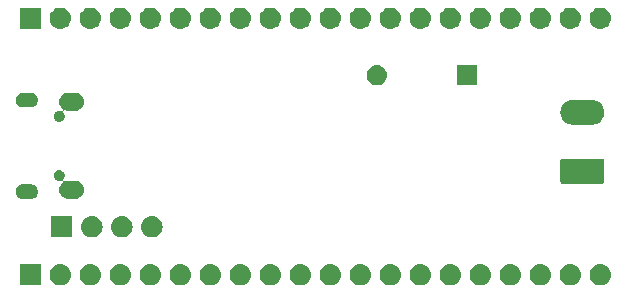
<source format=gbr>
G04 #@! TF.GenerationSoftware,KiCad,Pcbnew,5.1.4+dfsg1-2*
G04 #@! TF.CreationDate,2019-12-30T19:47:55+08:00*
G04 #@! TF.ProjectId,usb2can,75736232-6361-46e2-9e6b-696361645f70,rev?*
G04 #@! TF.SameCoordinates,Original*
G04 #@! TF.FileFunction,Soldermask,Bot*
G04 #@! TF.FilePolarity,Negative*
%FSLAX46Y46*%
G04 Gerber Fmt 4.6, Leading zero omitted, Abs format (unit mm)*
G04 Created by KiCad (PCBNEW 5.1.4+dfsg1-2) date 2019-12-30 19:47:55*
%MOMM*%
%LPD*%
G04 APERTURE LIST*
%ADD10C,0.100000*%
G04 APERTURE END LIST*
D10*
G36*
X70849443Y-64637519D02*
G01*
X70915627Y-64644037D01*
X71085466Y-64695557D01*
X71241991Y-64779222D01*
X71277729Y-64808552D01*
X71379186Y-64891814D01*
X71462448Y-64993271D01*
X71491778Y-65029009D01*
X71575443Y-65185534D01*
X71626963Y-65355373D01*
X71644359Y-65532000D01*
X71626963Y-65708627D01*
X71575443Y-65878466D01*
X71491778Y-66034991D01*
X71462448Y-66070729D01*
X71379186Y-66172186D01*
X71277729Y-66255448D01*
X71241991Y-66284778D01*
X71085466Y-66368443D01*
X70915627Y-66419963D01*
X70849443Y-66426481D01*
X70783260Y-66433000D01*
X70694740Y-66433000D01*
X70628557Y-66426481D01*
X70562373Y-66419963D01*
X70392534Y-66368443D01*
X70236009Y-66284778D01*
X70200271Y-66255448D01*
X70098814Y-66172186D01*
X70015552Y-66070729D01*
X69986222Y-66034991D01*
X69902557Y-65878466D01*
X69851037Y-65708627D01*
X69833641Y-65532000D01*
X69851037Y-65355373D01*
X69902557Y-65185534D01*
X69986222Y-65029009D01*
X70015552Y-64993271D01*
X70098814Y-64891814D01*
X70200271Y-64808552D01*
X70236009Y-64779222D01*
X70392534Y-64695557D01*
X70562373Y-64644037D01*
X70628557Y-64637519D01*
X70694740Y-64631000D01*
X70783260Y-64631000D01*
X70849443Y-64637519D01*
X70849443Y-64637519D01*
G37*
G36*
X45449443Y-64637519D02*
G01*
X45515627Y-64644037D01*
X45685466Y-64695557D01*
X45841991Y-64779222D01*
X45877729Y-64808552D01*
X45979186Y-64891814D01*
X46062448Y-64993271D01*
X46091778Y-65029009D01*
X46175443Y-65185534D01*
X46226963Y-65355373D01*
X46244359Y-65532000D01*
X46226963Y-65708627D01*
X46175443Y-65878466D01*
X46091778Y-66034991D01*
X46062448Y-66070729D01*
X45979186Y-66172186D01*
X45877729Y-66255448D01*
X45841991Y-66284778D01*
X45685466Y-66368443D01*
X45515627Y-66419963D01*
X45449443Y-66426481D01*
X45383260Y-66433000D01*
X45294740Y-66433000D01*
X45228557Y-66426481D01*
X45162373Y-66419963D01*
X44992534Y-66368443D01*
X44836009Y-66284778D01*
X44800271Y-66255448D01*
X44698814Y-66172186D01*
X44615552Y-66070729D01*
X44586222Y-66034991D01*
X44502557Y-65878466D01*
X44451037Y-65708627D01*
X44433641Y-65532000D01*
X44451037Y-65355373D01*
X44502557Y-65185534D01*
X44586222Y-65029009D01*
X44615552Y-64993271D01*
X44698814Y-64891814D01*
X44800271Y-64808552D01*
X44836009Y-64779222D01*
X44992534Y-64695557D01*
X45162373Y-64644037D01*
X45228557Y-64637519D01*
X45294740Y-64631000D01*
X45383260Y-64631000D01*
X45449443Y-64637519D01*
X45449443Y-64637519D01*
G37*
G36*
X55609443Y-64637519D02*
G01*
X55675627Y-64644037D01*
X55845466Y-64695557D01*
X56001991Y-64779222D01*
X56037729Y-64808552D01*
X56139186Y-64891814D01*
X56222448Y-64993271D01*
X56251778Y-65029009D01*
X56335443Y-65185534D01*
X56386963Y-65355373D01*
X56404359Y-65532000D01*
X56386963Y-65708627D01*
X56335443Y-65878466D01*
X56251778Y-66034991D01*
X56222448Y-66070729D01*
X56139186Y-66172186D01*
X56037729Y-66255448D01*
X56001991Y-66284778D01*
X55845466Y-66368443D01*
X55675627Y-66419963D01*
X55609443Y-66426481D01*
X55543260Y-66433000D01*
X55454740Y-66433000D01*
X55388557Y-66426481D01*
X55322373Y-66419963D01*
X55152534Y-66368443D01*
X54996009Y-66284778D01*
X54960271Y-66255448D01*
X54858814Y-66172186D01*
X54775552Y-66070729D01*
X54746222Y-66034991D01*
X54662557Y-65878466D01*
X54611037Y-65708627D01*
X54593641Y-65532000D01*
X54611037Y-65355373D01*
X54662557Y-65185534D01*
X54746222Y-65029009D01*
X54775552Y-64993271D01*
X54858814Y-64891814D01*
X54960271Y-64808552D01*
X54996009Y-64779222D01*
X55152534Y-64695557D01*
X55322373Y-64644037D01*
X55388557Y-64637519D01*
X55454740Y-64631000D01*
X55543260Y-64631000D01*
X55609443Y-64637519D01*
X55609443Y-64637519D01*
G37*
G36*
X58149443Y-64637519D02*
G01*
X58215627Y-64644037D01*
X58385466Y-64695557D01*
X58541991Y-64779222D01*
X58577729Y-64808552D01*
X58679186Y-64891814D01*
X58762448Y-64993271D01*
X58791778Y-65029009D01*
X58875443Y-65185534D01*
X58926963Y-65355373D01*
X58944359Y-65532000D01*
X58926963Y-65708627D01*
X58875443Y-65878466D01*
X58791778Y-66034991D01*
X58762448Y-66070729D01*
X58679186Y-66172186D01*
X58577729Y-66255448D01*
X58541991Y-66284778D01*
X58385466Y-66368443D01*
X58215627Y-66419963D01*
X58149443Y-66426481D01*
X58083260Y-66433000D01*
X57994740Y-66433000D01*
X57928557Y-66426481D01*
X57862373Y-66419963D01*
X57692534Y-66368443D01*
X57536009Y-66284778D01*
X57500271Y-66255448D01*
X57398814Y-66172186D01*
X57315552Y-66070729D01*
X57286222Y-66034991D01*
X57202557Y-65878466D01*
X57151037Y-65708627D01*
X57133641Y-65532000D01*
X57151037Y-65355373D01*
X57202557Y-65185534D01*
X57286222Y-65029009D01*
X57315552Y-64993271D01*
X57398814Y-64891814D01*
X57500271Y-64808552D01*
X57536009Y-64779222D01*
X57692534Y-64695557D01*
X57862373Y-64644037D01*
X57928557Y-64637519D01*
X57994740Y-64631000D01*
X58083260Y-64631000D01*
X58149443Y-64637519D01*
X58149443Y-64637519D01*
G37*
G36*
X60689443Y-64637519D02*
G01*
X60755627Y-64644037D01*
X60925466Y-64695557D01*
X61081991Y-64779222D01*
X61117729Y-64808552D01*
X61219186Y-64891814D01*
X61302448Y-64993271D01*
X61331778Y-65029009D01*
X61415443Y-65185534D01*
X61466963Y-65355373D01*
X61484359Y-65532000D01*
X61466963Y-65708627D01*
X61415443Y-65878466D01*
X61331778Y-66034991D01*
X61302448Y-66070729D01*
X61219186Y-66172186D01*
X61117729Y-66255448D01*
X61081991Y-66284778D01*
X60925466Y-66368443D01*
X60755627Y-66419963D01*
X60689443Y-66426481D01*
X60623260Y-66433000D01*
X60534740Y-66433000D01*
X60468557Y-66426481D01*
X60402373Y-66419963D01*
X60232534Y-66368443D01*
X60076009Y-66284778D01*
X60040271Y-66255448D01*
X59938814Y-66172186D01*
X59855552Y-66070729D01*
X59826222Y-66034991D01*
X59742557Y-65878466D01*
X59691037Y-65708627D01*
X59673641Y-65532000D01*
X59691037Y-65355373D01*
X59742557Y-65185534D01*
X59826222Y-65029009D01*
X59855552Y-64993271D01*
X59938814Y-64891814D01*
X60040271Y-64808552D01*
X60076009Y-64779222D01*
X60232534Y-64695557D01*
X60402373Y-64644037D01*
X60468557Y-64637519D01*
X60534740Y-64631000D01*
X60623260Y-64631000D01*
X60689443Y-64637519D01*
X60689443Y-64637519D01*
G37*
G36*
X63229443Y-64637519D02*
G01*
X63295627Y-64644037D01*
X63465466Y-64695557D01*
X63621991Y-64779222D01*
X63657729Y-64808552D01*
X63759186Y-64891814D01*
X63842448Y-64993271D01*
X63871778Y-65029009D01*
X63955443Y-65185534D01*
X64006963Y-65355373D01*
X64024359Y-65532000D01*
X64006963Y-65708627D01*
X63955443Y-65878466D01*
X63871778Y-66034991D01*
X63842448Y-66070729D01*
X63759186Y-66172186D01*
X63657729Y-66255448D01*
X63621991Y-66284778D01*
X63465466Y-66368443D01*
X63295627Y-66419963D01*
X63229443Y-66426481D01*
X63163260Y-66433000D01*
X63074740Y-66433000D01*
X63008557Y-66426481D01*
X62942373Y-66419963D01*
X62772534Y-66368443D01*
X62616009Y-66284778D01*
X62580271Y-66255448D01*
X62478814Y-66172186D01*
X62395552Y-66070729D01*
X62366222Y-66034991D01*
X62282557Y-65878466D01*
X62231037Y-65708627D01*
X62213641Y-65532000D01*
X62231037Y-65355373D01*
X62282557Y-65185534D01*
X62366222Y-65029009D01*
X62395552Y-64993271D01*
X62478814Y-64891814D01*
X62580271Y-64808552D01*
X62616009Y-64779222D01*
X62772534Y-64695557D01*
X62942373Y-64644037D01*
X63008557Y-64637519D01*
X63074740Y-64631000D01*
X63163260Y-64631000D01*
X63229443Y-64637519D01*
X63229443Y-64637519D01*
G37*
G36*
X65769443Y-64637519D02*
G01*
X65835627Y-64644037D01*
X66005466Y-64695557D01*
X66161991Y-64779222D01*
X66197729Y-64808552D01*
X66299186Y-64891814D01*
X66382448Y-64993271D01*
X66411778Y-65029009D01*
X66495443Y-65185534D01*
X66546963Y-65355373D01*
X66564359Y-65532000D01*
X66546963Y-65708627D01*
X66495443Y-65878466D01*
X66411778Y-66034991D01*
X66382448Y-66070729D01*
X66299186Y-66172186D01*
X66197729Y-66255448D01*
X66161991Y-66284778D01*
X66005466Y-66368443D01*
X65835627Y-66419963D01*
X65769443Y-66426481D01*
X65703260Y-66433000D01*
X65614740Y-66433000D01*
X65548557Y-66426481D01*
X65482373Y-66419963D01*
X65312534Y-66368443D01*
X65156009Y-66284778D01*
X65120271Y-66255448D01*
X65018814Y-66172186D01*
X64935552Y-66070729D01*
X64906222Y-66034991D01*
X64822557Y-65878466D01*
X64771037Y-65708627D01*
X64753641Y-65532000D01*
X64771037Y-65355373D01*
X64822557Y-65185534D01*
X64906222Y-65029009D01*
X64935552Y-64993271D01*
X65018814Y-64891814D01*
X65120271Y-64808552D01*
X65156009Y-64779222D01*
X65312534Y-64695557D01*
X65482373Y-64644037D01*
X65548557Y-64637519D01*
X65614740Y-64631000D01*
X65703260Y-64631000D01*
X65769443Y-64637519D01*
X65769443Y-64637519D01*
G37*
G36*
X53069443Y-64637519D02*
G01*
X53135627Y-64644037D01*
X53305466Y-64695557D01*
X53461991Y-64779222D01*
X53497729Y-64808552D01*
X53599186Y-64891814D01*
X53682448Y-64993271D01*
X53711778Y-65029009D01*
X53795443Y-65185534D01*
X53846963Y-65355373D01*
X53864359Y-65532000D01*
X53846963Y-65708627D01*
X53795443Y-65878466D01*
X53711778Y-66034991D01*
X53682448Y-66070729D01*
X53599186Y-66172186D01*
X53497729Y-66255448D01*
X53461991Y-66284778D01*
X53305466Y-66368443D01*
X53135627Y-66419963D01*
X53069443Y-66426481D01*
X53003260Y-66433000D01*
X52914740Y-66433000D01*
X52848557Y-66426481D01*
X52782373Y-66419963D01*
X52612534Y-66368443D01*
X52456009Y-66284778D01*
X52420271Y-66255448D01*
X52318814Y-66172186D01*
X52235552Y-66070729D01*
X52206222Y-66034991D01*
X52122557Y-65878466D01*
X52071037Y-65708627D01*
X52053641Y-65532000D01*
X52071037Y-65355373D01*
X52122557Y-65185534D01*
X52206222Y-65029009D01*
X52235552Y-64993271D01*
X52318814Y-64891814D01*
X52420271Y-64808552D01*
X52456009Y-64779222D01*
X52612534Y-64695557D01*
X52782373Y-64644037D01*
X52848557Y-64637519D01*
X52914740Y-64631000D01*
X53003260Y-64631000D01*
X53069443Y-64637519D01*
X53069443Y-64637519D01*
G37*
G36*
X50529443Y-64637519D02*
G01*
X50595627Y-64644037D01*
X50765466Y-64695557D01*
X50921991Y-64779222D01*
X50957729Y-64808552D01*
X51059186Y-64891814D01*
X51142448Y-64993271D01*
X51171778Y-65029009D01*
X51255443Y-65185534D01*
X51306963Y-65355373D01*
X51324359Y-65532000D01*
X51306963Y-65708627D01*
X51255443Y-65878466D01*
X51171778Y-66034991D01*
X51142448Y-66070729D01*
X51059186Y-66172186D01*
X50957729Y-66255448D01*
X50921991Y-66284778D01*
X50765466Y-66368443D01*
X50595627Y-66419963D01*
X50529443Y-66426481D01*
X50463260Y-66433000D01*
X50374740Y-66433000D01*
X50308557Y-66426481D01*
X50242373Y-66419963D01*
X50072534Y-66368443D01*
X49916009Y-66284778D01*
X49880271Y-66255448D01*
X49778814Y-66172186D01*
X49695552Y-66070729D01*
X49666222Y-66034991D01*
X49582557Y-65878466D01*
X49531037Y-65708627D01*
X49513641Y-65532000D01*
X49531037Y-65355373D01*
X49582557Y-65185534D01*
X49666222Y-65029009D01*
X49695552Y-64993271D01*
X49778814Y-64891814D01*
X49880271Y-64808552D01*
X49916009Y-64779222D01*
X50072534Y-64695557D01*
X50242373Y-64644037D01*
X50308557Y-64637519D01*
X50374740Y-64631000D01*
X50463260Y-64631000D01*
X50529443Y-64637519D01*
X50529443Y-64637519D01*
G37*
G36*
X47989443Y-64637519D02*
G01*
X48055627Y-64644037D01*
X48225466Y-64695557D01*
X48381991Y-64779222D01*
X48417729Y-64808552D01*
X48519186Y-64891814D01*
X48602448Y-64993271D01*
X48631778Y-65029009D01*
X48715443Y-65185534D01*
X48766963Y-65355373D01*
X48784359Y-65532000D01*
X48766963Y-65708627D01*
X48715443Y-65878466D01*
X48631778Y-66034991D01*
X48602448Y-66070729D01*
X48519186Y-66172186D01*
X48417729Y-66255448D01*
X48381991Y-66284778D01*
X48225466Y-66368443D01*
X48055627Y-66419963D01*
X47989443Y-66426481D01*
X47923260Y-66433000D01*
X47834740Y-66433000D01*
X47768557Y-66426481D01*
X47702373Y-66419963D01*
X47532534Y-66368443D01*
X47376009Y-66284778D01*
X47340271Y-66255448D01*
X47238814Y-66172186D01*
X47155552Y-66070729D01*
X47126222Y-66034991D01*
X47042557Y-65878466D01*
X46991037Y-65708627D01*
X46973641Y-65532000D01*
X46991037Y-65355373D01*
X47042557Y-65185534D01*
X47126222Y-65029009D01*
X47155552Y-64993271D01*
X47238814Y-64891814D01*
X47340271Y-64808552D01*
X47376009Y-64779222D01*
X47532534Y-64695557D01*
X47702373Y-64644037D01*
X47768557Y-64637519D01*
X47834740Y-64631000D01*
X47923260Y-64631000D01*
X47989443Y-64637519D01*
X47989443Y-64637519D01*
G37*
G36*
X68309443Y-64637519D02*
G01*
X68375627Y-64644037D01*
X68545466Y-64695557D01*
X68701991Y-64779222D01*
X68737729Y-64808552D01*
X68839186Y-64891814D01*
X68922448Y-64993271D01*
X68951778Y-65029009D01*
X69035443Y-65185534D01*
X69086963Y-65355373D01*
X69104359Y-65532000D01*
X69086963Y-65708627D01*
X69035443Y-65878466D01*
X68951778Y-66034991D01*
X68922448Y-66070729D01*
X68839186Y-66172186D01*
X68737729Y-66255448D01*
X68701991Y-66284778D01*
X68545466Y-66368443D01*
X68375627Y-66419963D01*
X68309443Y-66426481D01*
X68243260Y-66433000D01*
X68154740Y-66433000D01*
X68088557Y-66426481D01*
X68022373Y-66419963D01*
X67852534Y-66368443D01*
X67696009Y-66284778D01*
X67660271Y-66255448D01*
X67558814Y-66172186D01*
X67475552Y-66070729D01*
X67446222Y-66034991D01*
X67362557Y-65878466D01*
X67311037Y-65708627D01*
X67293641Y-65532000D01*
X67311037Y-65355373D01*
X67362557Y-65185534D01*
X67446222Y-65029009D01*
X67475552Y-64993271D01*
X67558814Y-64891814D01*
X67660271Y-64808552D01*
X67696009Y-64779222D01*
X67852534Y-64695557D01*
X68022373Y-64644037D01*
X68088557Y-64637519D01*
X68154740Y-64631000D01*
X68243260Y-64631000D01*
X68309443Y-64637519D01*
X68309443Y-64637519D01*
G37*
G36*
X42909443Y-64637519D02*
G01*
X42975627Y-64644037D01*
X43145466Y-64695557D01*
X43301991Y-64779222D01*
X43337729Y-64808552D01*
X43439186Y-64891814D01*
X43522448Y-64993271D01*
X43551778Y-65029009D01*
X43635443Y-65185534D01*
X43686963Y-65355373D01*
X43704359Y-65532000D01*
X43686963Y-65708627D01*
X43635443Y-65878466D01*
X43551778Y-66034991D01*
X43522448Y-66070729D01*
X43439186Y-66172186D01*
X43337729Y-66255448D01*
X43301991Y-66284778D01*
X43145466Y-66368443D01*
X42975627Y-66419963D01*
X42909443Y-66426481D01*
X42843260Y-66433000D01*
X42754740Y-66433000D01*
X42688557Y-66426481D01*
X42622373Y-66419963D01*
X42452534Y-66368443D01*
X42296009Y-66284778D01*
X42260271Y-66255448D01*
X42158814Y-66172186D01*
X42075552Y-66070729D01*
X42046222Y-66034991D01*
X41962557Y-65878466D01*
X41911037Y-65708627D01*
X41893641Y-65532000D01*
X41911037Y-65355373D01*
X41962557Y-65185534D01*
X42046222Y-65029009D01*
X42075552Y-64993271D01*
X42158814Y-64891814D01*
X42260271Y-64808552D01*
X42296009Y-64779222D01*
X42452534Y-64695557D01*
X42622373Y-64644037D01*
X42688557Y-64637519D01*
X42754740Y-64631000D01*
X42843260Y-64631000D01*
X42909443Y-64637519D01*
X42909443Y-64637519D01*
G37*
G36*
X40369443Y-64637519D02*
G01*
X40435627Y-64644037D01*
X40605466Y-64695557D01*
X40761991Y-64779222D01*
X40797729Y-64808552D01*
X40899186Y-64891814D01*
X40982448Y-64993271D01*
X41011778Y-65029009D01*
X41095443Y-65185534D01*
X41146963Y-65355373D01*
X41164359Y-65532000D01*
X41146963Y-65708627D01*
X41095443Y-65878466D01*
X41011778Y-66034991D01*
X40982448Y-66070729D01*
X40899186Y-66172186D01*
X40797729Y-66255448D01*
X40761991Y-66284778D01*
X40605466Y-66368443D01*
X40435627Y-66419963D01*
X40369443Y-66426481D01*
X40303260Y-66433000D01*
X40214740Y-66433000D01*
X40148557Y-66426481D01*
X40082373Y-66419963D01*
X39912534Y-66368443D01*
X39756009Y-66284778D01*
X39720271Y-66255448D01*
X39618814Y-66172186D01*
X39535552Y-66070729D01*
X39506222Y-66034991D01*
X39422557Y-65878466D01*
X39371037Y-65708627D01*
X39353641Y-65532000D01*
X39371037Y-65355373D01*
X39422557Y-65185534D01*
X39506222Y-65029009D01*
X39535552Y-64993271D01*
X39618814Y-64891814D01*
X39720271Y-64808552D01*
X39756009Y-64779222D01*
X39912534Y-64695557D01*
X40082373Y-64644037D01*
X40148557Y-64637519D01*
X40214740Y-64631000D01*
X40303260Y-64631000D01*
X40369443Y-64637519D01*
X40369443Y-64637519D01*
G37*
G36*
X37829443Y-64637519D02*
G01*
X37895627Y-64644037D01*
X38065466Y-64695557D01*
X38221991Y-64779222D01*
X38257729Y-64808552D01*
X38359186Y-64891814D01*
X38442448Y-64993271D01*
X38471778Y-65029009D01*
X38555443Y-65185534D01*
X38606963Y-65355373D01*
X38624359Y-65532000D01*
X38606963Y-65708627D01*
X38555443Y-65878466D01*
X38471778Y-66034991D01*
X38442448Y-66070729D01*
X38359186Y-66172186D01*
X38257729Y-66255448D01*
X38221991Y-66284778D01*
X38065466Y-66368443D01*
X37895627Y-66419963D01*
X37829443Y-66426481D01*
X37763260Y-66433000D01*
X37674740Y-66433000D01*
X37608557Y-66426481D01*
X37542373Y-66419963D01*
X37372534Y-66368443D01*
X37216009Y-66284778D01*
X37180271Y-66255448D01*
X37078814Y-66172186D01*
X36995552Y-66070729D01*
X36966222Y-66034991D01*
X36882557Y-65878466D01*
X36831037Y-65708627D01*
X36813641Y-65532000D01*
X36831037Y-65355373D01*
X36882557Y-65185534D01*
X36966222Y-65029009D01*
X36995552Y-64993271D01*
X37078814Y-64891814D01*
X37180271Y-64808552D01*
X37216009Y-64779222D01*
X37372534Y-64695557D01*
X37542373Y-64644037D01*
X37608557Y-64637519D01*
X37674740Y-64631000D01*
X37763260Y-64631000D01*
X37829443Y-64637519D01*
X37829443Y-64637519D01*
G37*
G36*
X35289443Y-64637519D02*
G01*
X35355627Y-64644037D01*
X35525466Y-64695557D01*
X35681991Y-64779222D01*
X35717729Y-64808552D01*
X35819186Y-64891814D01*
X35902448Y-64993271D01*
X35931778Y-65029009D01*
X36015443Y-65185534D01*
X36066963Y-65355373D01*
X36084359Y-65532000D01*
X36066963Y-65708627D01*
X36015443Y-65878466D01*
X35931778Y-66034991D01*
X35902448Y-66070729D01*
X35819186Y-66172186D01*
X35717729Y-66255448D01*
X35681991Y-66284778D01*
X35525466Y-66368443D01*
X35355627Y-66419963D01*
X35289443Y-66426481D01*
X35223260Y-66433000D01*
X35134740Y-66433000D01*
X35068557Y-66426481D01*
X35002373Y-66419963D01*
X34832534Y-66368443D01*
X34676009Y-66284778D01*
X34640271Y-66255448D01*
X34538814Y-66172186D01*
X34455552Y-66070729D01*
X34426222Y-66034991D01*
X34342557Y-65878466D01*
X34291037Y-65708627D01*
X34273641Y-65532000D01*
X34291037Y-65355373D01*
X34342557Y-65185534D01*
X34426222Y-65029009D01*
X34455552Y-64993271D01*
X34538814Y-64891814D01*
X34640271Y-64808552D01*
X34676009Y-64779222D01*
X34832534Y-64695557D01*
X35002373Y-64644037D01*
X35068557Y-64637519D01*
X35134740Y-64631000D01*
X35223260Y-64631000D01*
X35289443Y-64637519D01*
X35289443Y-64637519D01*
G37*
G36*
X32749443Y-64637519D02*
G01*
X32815627Y-64644037D01*
X32985466Y-64695557D01*
X33141991Y-64779222D01*
X33177729Y-64808552D01*
X33279186Y-64891814D01*
X33362448Y-64993271D01*
X33391778Y-65029009D01*
X33475443Y-65185534D01*
X33526963Y-65355373D01*
X33544359Y-65532000D01*
X33526963Y-65708627D01*
X33475443Y-65878466D01*
X33391778Y-66034991D01*
X33362448Y-66070729D01*
X33279186Y-66172186D01*
X33177729Y-66255448D01*
X33141991Y-66284778D01*
X32985466Y-66368443D01*
X32815627Y-66419963D01*
X32749443Y-66426481D01*
X32683260Y-66433000D01*
X32594740Y-66433000D01*
X32528557Y-66426481D01*
X32462373Y-66419963D01*
X32292534Y-66368443D01*
X32136009Y-66284778D01*
X32100271Y-66255448D01*
X31998814Y-66172186D01*
X31915552Y-66070729D01*
X31886222Y-66034991D01*
X31802557Y-65878466D01*
X31751037Y-65708627D01*
X31733641Y-65532000D01*
X31751037Y-65355373D01*
X31802557Y-65185534D01*
X31886222Y-65029009D01*
X31915552Y-64993271D01*
X31998814Y-64891814D01*
X32100271Y-64808552D01*
X32136009Y-64779222D01*
X32292534Y-64695557D01*
X32462373Y-64644037D01*
X32528557Y-64637519D01*
X32594740Y-64631000D01*
X32683260Y-64631000D01*
X32749443Y-64637519D01*
X32749443Y-64637519D01*
G37*
G36*
X30209443Y-64637519D02*
G01*
X30275627Y-64644037D01*
X30445466Y-64695557D01*
X30601991Y-64779222D01*
X30637729Y-64808552D01*
X30739186Y-64891814D01*
X30822448Y-64993271D01*
X30851778Y-65029009D01*
X30935443Y-65185534D01*
X30986963Y-65355373D01*
X31004359Y-65532000D01*
X30986963Y-65708627D01*
X30935443Y-65878466D01*
X30851778Y-66034991D01*
X30822448Y-66070729D01*
X30739186Y-66172186D01*
X30637729Y-66255448D01*
X30601991Y-66284778D01*
X30445466Y-66368443D01*
X30275627Y-66419963D01*
X30209443Y-66426481D01*
X30143260Y-66433000D01*
X30054740Y-66433000D01*
X29988557Y-66426481D01*
X29922373Y-66419963D01*
X29752534Y-66368443D01*
X29596009Y-66284778D01*
X29560271Y-66255448D01*
X29458814Y-66172186D01*
X29375552Y-66070729D01*
X29346222Y-66034991D01*
X29262557Y-65878466D01*
X29211037Y-65708627D01*
X29193641Y-65532000D01*
X29211037Y-65355373D01*
X29262557Y-65185534D01*
X29346222Y-65029009D01*
X29375552Y-64993271D01*
X29458814Y-64891814D01*
X29560271Y-64808552D01*
X29596009Y-64779222D01*
X29752534Y-64695557D01*
X29922373Y-64644037D01*
X29988557Y-64637519D01*
X30054740Y-64631000D01*
X30143260Y-64631000D01*
X30209443Y-64637519D01*
X30209443Y-64637519D01*
G37*
G36*
X27669443Y-64637519D02*
G01*
X27735627Y-64644037D01*
X27905466Y-64695557D01*
X28061991Y-64779222D01*
X28097729Y-64808552D01*
X28199186Y-64891814D01*
X28282448Y-64993271D01*
X28311778Y-65029009D01*
X28395443Y-65185534D01*
X28446963Y-65355373D01*
X28464359Y-65532000D01*
X28446963Y-65708627D01*
X28395443Y-65878466D01*
X28311778Y-66034991D01*
X28282448Y-66070729D01*
X28199186Y-66172186D01*
X28097729Y-66255448D01*
X28061991Y-66284778D01*
X27905466Y-66368443D01*
X27735627Y-66419963D01*
X27669443Y-66426481D01*
X27603260Y-66433000D01*
X27514740Y-66433000D01*
X27448557Y-66426481D01*
X27382373Y-66419963D01*
X27212534Y-66368443D01*
X27056009Y-66284778D01*
X27020271Y-66255448D01*
X26918814Y-66172186D01*
X26835552Y-66070729D01*
X26806222Y-66034991D01*
X26722557Y-65878466D01*
X26671037Y-65708627D01*
X26653641Y-65532000D01*
X26671037Y-65355373D01*
X26722557Y-65185534D01*
X26806222Y-65029009D01*
X26835552Y-64993271D01*
X26918814Y-64891814D01*
X27020271Y-64808552D01*
X27056009Y-64779222D01*
X27212534Y-64695557D01*
X27382373Y-64644037D01*
X27448557Y-64637519D01*
X27514740Y-64631000D01*
X27603260Y-64631000D01*
X27669443Y-64637519D01*
X27669443Y-64637519D01*
G37*
G36*
X25129443Y-64637519D02*
G01*
X25195627Y-64644037D01*
X25365466Y-64695557D01*
X25521991Y-64779222D01*
X25557729Y-64808552D01*
X25659186Y-64891814D01*
X25742448Y-64993271D01*
X25771778Y-65029009D01*
X25855443Y-65185534D01*
X25906963Y-65355373D01*
X25924359Y-65532000D01*
X25906963Y-65708627D01*
X25855443Y-65878466D01*
X25771778Y-66034991D01*
X25742448Y-66070729D01*
X25659186Y-66172186D01*
X25557729Y-66255448D01*
X25521991Y-66284778D01*
X25365466Y-66368443D01*
X25195627Y-66419963D01*
X25129443Y-66426481D01*
X25063260Y-66433000D01*
X24974740Y-66433000D01*
X24908557Y-66426481D01*
X24842373Y-66419963D01*
X24672534Y-66368443D01*
X24516009Y-66284778D01*
X24480271Y-66255448D01*
X24378814Y-66172186D01*
X24295552Y-66070729D01*
X24266222Y-66034991D01*
X24182557Y-65878466D01*
X24131037Y-65708627D01*
X24113641Y-65532000D01*
X24131037Y-65355373D01*
X24182557Y-65185534D01*
X24266222Y-65029009D01*
X24295552Y-64993271D01*
X24378814Y-64891814D01*
X24480271Y-64808552D01*
X24516009Y-64779222D01*
X24672534Y-64695557D01*
X24842373Y-64644037D01*
X24908557Y-64637519D01*
X24974740Y-64631000D01*
X25063260Y-64631000D01*
X25129443Y-64637519D01*
X25129443Y-64637519D01*
G37*
G36*
X23380000Y-66433000D02*
G01*
X21578000Y-66433000D01*
X21578000Y-64631000D01*
X23380000Y-64631000D01*
X23380000Y-66433000D01*
X23380000Y-66433000D01*
G37*
G36*
X32876442Y-60573518D02*
G01*
X32942627Y-60580037D01*
X33112466Y-60631557D01*
X33268991Y-60715222D01*
X33304729Y-60744552D01*
X33406186Y-60827814D01*
X33489448Y-60929271D01*
X33518778Y-60965009D01*
X33602443Y-61121534D01*
X33653963Y-61291373D01*
X33671359Y-61468000D01*
X33653963Y-61644627D01*
X33602443Y-61814466D01*
X33518778Y-61970991D01*
X33489448Y-62006729D01*
X33406186Y-62108186D01*
X33304729Y-62191448D01*
X33268991Y-62220778D01*
X33112466Y-62304443D01*
X32942627Y-62355963D01*
X32876442Y-62362482D01*
X32810260Y-62369000D01*
X32721740Y-62369000D01*
X32655558Y-62362482D01*
X32589373Y-62355963D01*
X32419534Y-62304443D01*
X32263009Y-62220778D01*
X32227271Y-62191448D01*
X32125814Y-62108186D01*
X32042552Y-62006729D01*
X32013222Y-61970991D01*
X31929557Y-61814466D01*
X31878037Y-61644627D01*
X31860641Y-61468000D01*
X31878037Y-61291373D01*
X31929557Y-61121534D01*
X32013222Y-60965009D01*
X32042552Y-60929271D01*
X32125814Y-60827814D01*
X32227271Y-60744552D01*
X32263009Y-60715222D01*
X32419534Y-60631557D01*
X32589373Y-60580037D01*
X32655558Y-60573518D01*
X32721740Y-60567000D01*
X32810260Y-60567000D01*
X32876442Y-60573518D01*
X32876442Y-60573518D01*
G37*
G36*
X27796442Y-60573518D02*
G01*
X27862627Y-60580037D01*
X28032466Y-60631557D01*
X28188991Y-60715222D01*
X28224729Y-60744552D01*
X28326186Y-60827814D01*
X28409448Y-60929271D01*
X28438778Y-60965009D01*
X28522443Y-61121534D01*
X28573963Y-61291373D01*
X28591359Y-61468000D01*
X28573963Y-61644627D01*
X28522443Y-61814466D01*
X28438778Y-61970991D01*
X28409448Y-62006729D01*
X28326186Y-62108186D01*
X28224729Y-62191448D01*
X28188991Y-62220778D01*
X28032466Y-62304443D01*
X27862627Y-62355963D01*
X27796442Y-62362482D01*
X27730260Y-62369000D01*
X27641740Y-62369000D01*
X27575558Y-62362482D01*
X27509373Y-62355963D01*
X27339534Y-62304443D01*
X27183009Y-62220778D01*
X27147271Y-62191448D01*
X27045814Y-62108186D01*
X26962552Y-62006729D01*
X26933222Y-61970991D01*
X26849557Y-61814466D01*
X26798037Y-61644627D01*
X26780641Y-61468000D01*
X26798037Y-61291373D01*
X26849557Y-61121534D01*
X26933222Y-60965009D01*
X26962552Y-60929271D01*
X27045814Y-60827814D01*
X27147271Y-60744552D01*
X27183009Y-60715222D01*
X27339534Y-60631557D01*
X27509373Y-60580037D01*
X27575558Y-60573518D01*
X27641740Y-60567000D01*
X27730260Y-60567000D01*
X27796442Y-60573518D01*
X27796442Y-60573518D01*
G37*
G36*
X30336442Y-60573518D02*
G01*
X30402627Y-60580037D01*
X30572466Y-60631557D01*
X30728991Y-60715222D01*
X30764729Y-60744552D01*
X30866186Y-60827814D01*
X30949448Y-60929271D01*
X30978778Y-60965009D01*
X31062443Y-61121534D01*
X31113963Y-61291373D01*
X31131359Y-61468000D01*
X31113963Y-61644627D01*
X31062443Y-61814466D01*
X30978778Y-61970991D01*
X30949448Y-62006729D01*
X30866186Y-62108186D01*
X30764729Y-62191448D01*
X30728991Y-62220778D01*
X30572466Y-62304443D01*
X30402627Y-62355963D01*
X30336442Y-62362482D01*
X30270260Y-62369000D01*
X30181740Y-62369000D01*
X30115558Y-62362482D01*
X30049373Y-62355963D01*
X29879534Y-62304443D01*
X29723009Y-62220778D01*
X29687271Y-62191448D01*
X29585814Y-62108186D01*
X29502552Y-62006729D01*
X29473222Y-61970991D01*
X29389557Y-61814466D01*
X29338037Y-61644627D01*
X29320641Y-61468000D01*
X29338037Y-61291373D01*
X29389557Y-61121534D01*
X29473222Y-60965009D01*
X29502552Y-60929271D01*
X29585814Y-60827814D01*
X29687271Y-60744552D01*
X29723009Y-60715222D01*
X29879534Y-60631557D01*
X30049373Y-60580037D01*
X30115558Y-60573518D01*
X30181740Y-60567000D01*
X30270260Y-60567000D01*
X30336442Y-60573518D01*
X30336442Y-60573518D01*
G37*
G36*
X26047000Y-62369000D02*
G01*
X24245000Y-62369000D01*
X24245000Y-60567000D01*
X26047000Y-60567000D01*
X26047000Y-62369000D01*
X26047000Y-62369000D01*
G37*
G36*
X22627715Y-57868058D02*
G01*
X22723753Y-57897191D01*
X22738935Y-57901796D01*
X22745722Y-57903855D01*
X22854468Y-57961981D01*
X22949790Y-58040210D01*
X23028019Y-58135532D01*
X23086145Y-58244278D01*
X23121942Y-58362285D01*
X23134028Y-58485000D01*
X23121942Y-58607715D01*
X23086145Y-58725722D01*
X23028019Y-58834468D01*
X22949790Y-58929790D01*
X22854468Y-59008019D01*
X22745722Y-59066145D01*
X22627715Y-59101942D01*
X22535746Y-59111000D01*
X21824254Y-59111000D01*
X21732285Y-59101942D01*
X21614278Y-59066145D01*
X21505532Y-59008019D01*
X21410210Y-58929790D01*
X21331981Y-58834468D01*
X21273855Y-58725722D01*
X21238058Y-58607715D01*
X21225972Y-58485000D01*
X21238058Y-58362285D01*
X21273855Y-58244278D01*
X21331981Y-58135532D01*
X21410210Y-58040210D01*
X21505532Y-57961981D01*
X21614278Y-57903855D01*
X21621066Y-57901796D01*
X21636247Y-57897191D01*
X21732285Y-57868058D01*
X21824254Y-57859000D01*
X22535746Y-57859000D01*
X22627715Y-57868058D01*
X22627715Y-57868058D01*
G37*
G36*
X25018410Y-56665525D02*
G01*
X25103426Y-56691314D01*
X25181775Y-56733193D01*
X25250449Y-56789551D01*
X25306807Y-56858225D01*
X25348686Y-56936574D01*
X25374475Y-57021590D01*
X25383182Y-57110000D01*
X25374475Y-57198410D01*
X25348686Y-57283426D01*
X25306807Y-57361775D01*
X25257851Y-57421428D01*
X25244238Y-57441802D01*
X25234860Y-57464441D01*
X25230080Y-57488474D01*
X25230080Y-57512978D01*
X25234861Y-57537012D01*
X25244238Y-57559650D01*
X25257852Y-57580025D01*
X25275179Y-57597352D01*
X25295553Y-57610965D01*
X25318192Y-57620343D01*
X25342225Y-57625123D01*
X25366729Y-57625123D01*
X25390763Y-57620342D01*
X25399216Y-57616841D01*
X25552879Y-57570228D01*
X25666882Y-57559000D01*
X26293118Y-57559000D01*
X26407121Y-57570228D01*
X26533319Y-57608510D01*
X26541413Y-57610965D01*
X26553402Y-57614602D01*
X26688204Y-57686655D01*
X26688207Y-57686657D01*
X26688208Y-57686658D01*
X26806369Y-57783631D01*
X26836217Y-57820000D01*
X26903345Y-57901796D01*
X26975398Y-58036598D01*
X27019772Y-58182879D01*
X27034754Y-58335000D01*
X27019772Y-58487121D01*
X26975398Y-58633402D01*
X26903345Y-58768204D01*
X26903343Y-58768207D01*
X26903342Y-58768208D01*
X26806369Y-58886369D01*
X26688204Y-58983345D01*
X26553402Y-59055398D01*
X26407121Y-59099772D01*
X26293118Y-59111000D01*
X25666882Y-59111000D01*
X25552879Y-59099772D01*
X25406598Y-59055398D01*
X25271796Y-58983345D01*
X25153631Y-58886369D01*
X25056658Y-58768208D01*
X25056657Y-58768207D01*
X25056655Y-58768204D01*
X24984602Y-58633402D01*
X24940228Y-58487121D01*
X24925246Y-58335000D01*
X24940228Y-58182879D01*
X24984602Y-58036598D01*
X25056655Y-57901796D01*
X25091777Y-57859000D01*
X25153631Y-57783631D01*
X25163272Y-57775719D01*
X25190105Y-57753697D01*
X25207432Y-57736370D01*
X25221046Y-57715996D01*
X25230423Y-57693357D01*
X25235204Y-57669324D01*
X25235204Y-57644820D01*
X25230424Y-57620787D01*
X25221047Y-57598148D01*
X25207433Y-57577773D01*
X25190106Y-57560446D01*
X25169732Y-57546832D01*
X25147093Y-57537455D01*
X25123060Y-57532674D01*
X25098556Y-57532674D01*
X25074523Y-57537454D01*
X25018412Y-57554475D01*
X24952158Y-57561000D01*
X24907842Y-57561000D01*
X24841590Y-57554475D01*
X24756574Y-57528686D01*
X24678225Y-57486807D01*
X24609551Y-57430449D01*
X24553193Y-57361775D01*
X24511314Y-57283426D01*
X24485525Y-57198410D01*
X24476818Y-57110000D01*
X24485525Y-57021590D01*
X24511314Y-56936574D01*
X24553193Y-56858225D01*
X24609551Y-56789551D01*
X24678225Y-56733193D01*
X24756574Y-56691314D01*
X24841590Y-56665525D01*
X24907842Y-56659000D01*
X24952158Y-56659000D01*
X25018410Y-56665525D01*
X25018410Y-56665525D01*
G37*
G36*
X70929852Y-55721840D02*
G01*
X70961443Y-55731423D01*
X70990557Y-55746985D01*
X71016074Y-55767926D01*
X71037015Y-55793443D01*
X71052577Y-55822557D01*
X71062160Y-55854148D01*
X71066000Y-55893140D01*
X71066000Y-57644860D01*
X71062160Y-57683852D01*
X71052577Y-57715443D01*
X71037015Y-57744557D01*
X71016074Y-57770074D01*
X70990557Y-57791015D01*
X70961443Y-57806577D01*
X70929852Y-57816160D01*
X70890860Y-57820000D01*
X67539140Y-57820000D01*
X67500148Y-57816160D01*
X67468557Y-57806577D01*
X67439443Y-57791015D01*
X67413926Y-57770074D01*
X67392985Y-57744557D01*
X67377423Y-57715443D01*
X67367840Y-57683852D01*
X67364000Y-57644860D01*
X67364000Y-55893140D01*
X67367840Y-55854148D01*
X67377423Y-55822557D01*
X67392985Y-55793443D01*
X67413926Y-55767926D01*
X67439443Y-55746985D01*
X67468557Y-55731423D01*
X67500148Y-55721840D01*
X67539140Y-55718000D01*
X70890860Y-55718000D01*
X70929852Y-55721840D01*
X70929852Y-55721840D01*
G37*
G36*
X70118097Y-50723069D02*
G01*
X70221032Y-50733207D01*
X70419146Y-50793305D01*
X70419149Y-50793306D01*
X70515975Y-50845061D01*
X70601729Y-50890897D01*
X70761765Y-51022235D01*
X70893103Y-51182271D01*
X70933590Y-51258018D01*
X70990694Y-51364851D01*
X70990695Y-51364854D01*
X71050793Y-51562968D01*
X71071085Y-51769000D01*
X71050793Y-51975032D01*
X71009850Y-52110000D01*
X70990694Y-52173149D01*
X70977191Y-52198411D01*
X70893103Y-52355729D01*
X70761765Y-52515765D01*
X70601729Y-52647103D01*
X70515975Y-52692939D01*
X70419149Y-52744694D01*
X70419146Y-52744695D01*
X70221032Y-52804793D01*
X70118097Y-52814931D01*
X70066631Y-52820000D01*
X68363369Y-52820000D01*
X68311903Y-52814931D01*
X68208968Y-52804793D01*
X68010854Y-52744695D01*
X68010851Y-52744694D01*
X67914025Y-52692939D01*
X67828271Y-52647103D01*
X67668235Y-52515765D01*
X67536897Y-52355729D01*
X67452809Y-52198411D01*
X67439306Y-52173149D01*
X67420150Y-52110000D01*
X67379207Y-51975032D01*
X67358915Y-51769000D01*
X67379207Y-51562968D01*
X67439305Y-51364854D01*
X67439306Y-51364851D01*
X67496410Y-51258018D01*
X67536897Y-51182271D01*
X67668235Y-51022235D01*
X67828271Y-50890897D01*
X67914025Y-50845061D01*
X68010851Y-50793306D01*
X68010854Y-50793305D01*
X68208968Y-50733207D01*
X68311903Y-50723069D01*
X68363369Y-50718000D01*
X70066631Y-50718000D01*
X70118097Y-50723069D01*
X70118097Y-50723069D01*
G37*
G36*
X26407121Y-50120228D02*
G01*
X26553402Y-50164602D01*
X26688204Y-50236655D01*
X26688207Y-50236657D01*
X26688208Y-50236658D01*
X26806369Y-50333631D01*
X26848963Y-50385531D01*
X26903345Y-50451796D01*
X26975398Y-50586598D01*
X27019772Y-50732879D01*
X27034754Y-50885000D01*
X27019772Y-51037121D01*
X26975398Y-51183402D01*
X26903345Y-51318204D01*
X26903343Y-51318207D01*
X26903342Y-51318208D01*
X26806369Y-51436369D01*
X26696371Y-51526643D01*
X26688204Y-51533345D01*
X26553402Y-51605398D01*
X26407121Y-51649772D01*
X26293118Y-51661000D01*
X25666882Y-51661000D01*
X25552879Y-51649772D01*
X25399210Y-51603157D01*
X25390751Y-51599654D01*
X25366717Y-51594876D01*
X25342213Y-51594878D01*
X25318180Y-51599661D01*
X25295542Y-51609041D01*
X25275169Y-51622656D01*
X25257844Y-51639985D01*
X25244232Y-51660361D01*
X25234857Y-51683000D01*
X25230079Y-51707034D01*
X25230081Y-51731538D01*
X25234864Y-51755571D01*
X25244244Y-51778209D01*
X25257851Y-51798572D01*
X25306807Y-51858225D01*
X25348686Y-51936574D01*
X25374475Y-52021590D01*
X25383182Y-52110000D01*
X25374475Y-52198410D01*
X25348686Y-52283426D01*
X25306807Y-52361775D01*
X25250449Y-52430449D01*
X25181775Y-52486807D01*
X25103426Y-52528686D01*
X25018410Y-52554475D01*
X24952158Y-52561000D01*
X24907842Y-52561000D01*
X24841590Y-52554475D01*
X24756574Y-52528686D01*
X24678225Y-52486807D01*
X24609551Y-52430449D01*
X24553193Y-52361775D01*
X24511314Y-52283426D01*
X24485525Y-52198410D01*
X24476818Y-52110000D01*
X24485525Y-52021590D01*
X24511314Y-51936574D01*
X24553193Y-51858225D01*
X24609551Y-51789551D01*
X24678225Y-51733193D01*
X24756574Y-51691314D01*
X24841590Y-51665525D01*
X24907842Y-51659000D01*
X24952158Y-51659000D01*
X25018412Y-51665525D01*
X25074523Y-51682546D01*
X25098556Y-51687326D01*
X25123060Y-51687326D01*
X25147093Y-51682545D01*
X25169732Y-51673168D01*
X25190106Y-51659554D01*
X25207433Y-51642227D01*
X25221047Y-51621852D01*
X25230424Y-51599213D01*
X25235204Y-51575180D01*
X25235204Y-51550676D01*
X25230423Y-51526643D01*
X25221046Y-51504004D01*
X25207432Y-51483630D01*
X25190105Y-51466303D01*
X25153633Y-51436371D01*
X25094938Y-51364851D01*
X25056658Y-51318208D01*
X25056657Y-51318207D01*
X25056655Y-51318204D01*
X24984602Y-51183402D01*
X24940228Y-51037121D01*
X24925246Y-50885000D01*
X24940228Y-50732879D01*
X24984602Y-50586598D01*
X25056655Y-50451796D01*
X25111038Y-50385531D01*
X25153631Y-50333631D01*
X25271792Y-50236658D01*
X25271793Y-50236657D01*
X25271796Y-50236655D01*
X25406598Y-50164602D01*
X25552879Y-50120228D01*
X25666882Y-50109000D01*
X26293118Y-50109000D01*
X26407121Y-50120228D01*
X26407121Y-50120228D01*
G37*
G36*
X22627715Y-50118058D02*
G01*
X22745722Y-50153855D01*
X22854468Y-50211981D01*
X22949790Y-50290210D01*
X23028019Y-50385532D01*
X23086145Y-50494278D01*
X23121942Y-50612285D01*
X23134028Y-50735000D01*
X23121942Y-50857715D01*
X23086145Y-50975722D01*
X23028019Y-51084468D01*
X22949790Y-51179790D01*
X22854468Y-51258019D01*
X22745722Y-51316145D01*
X22745719Y-51316146D01*
X22738921Y-51318208D01*
X22627715Y-51351942D01*
X22535746Y-51361000D01*
X21824254Y-51361000D01*
X21732285Y-51351942D01*
X21621079Y-51318208D01*
X21614281Y-51316146D01*
X21614278Y-51316145D01*
X21505532Y-51258019D01*
X21410210Y-51179790D01*
X21331981Y-51084468D01*
X21273855Y-50975722D01*
X21238058Y-50857715D01*
X21225972Y-50735000D01*
X21238058Y-50612285D01*
X21273855Y-50494278D01*
X21331981Y-50385532D01*
X21410210Y-50290210D01*
X21505532Y-50211981D01*
X21614278Y-50153855D01*
X21732285Y-50118058D01*
X21824254Y-50109000D01*
X22535746Y-50109000D01*
X22627715Y-50118058D01*
X22627715Y-50118058D01*
G37*
G36*
X60287000Y-49492000D02*
G01*
X58585000Y-49492000D01*
X58585000Y-47790000D01*
X60287000Y-47790000D01*
X60287000Y-49492000D01*
X60287000Y-49492000D01*
G37*
G36*
X51982823Y-47802313D02*
G01*
X52143242Y-47850976D01*
X52275906Y-47921886D01*
X52291078Y-47929996D01*
X52420659Y-48036341D01*
X52527004Y-48165922D01*
X52527005Y-48165924D01*
X52606024Y-48313758D01*
X52654687Y-48474177D01*
X52671117Y-48641000D01*
X52654687Y-48807823D01*
X52606024Y-48968242D01*
X52535114Y-49100906D01*
X52527004Y-49116078D01*
X52420659Y-49245659D01*
X52291078Y-49352004D01*
X52291076Y-49352005D01*
X52143242Y-49431024D01*
X51982823Y-49479687D01*
X51857804Y-49492000D01*
X51774196Y-49492000D01*
X51649177Y-49479687D01*
X51488758Y-49431024D01*
X51340924Y-49352005D01*
X51340922Y-49352004D01*
X51211341Y-49245659D01*
X51104996Y-49116078D01*
X51096886Y-49100906D01*
X51025976Y-48968242D01*
X50977313Y-48807823D01*
X50960883Y-48641000D01*
X50977313Y-48474177D01*
X51025976Y-48313758D01*
X51104995Y-48165924D01*
X51104996Y-48165922D01*
X51211341Y-48036341D01*
X51340922Y-47929996D01*
X51356094Y-47921886D01*
X51488758Y-47850976D01*
X51649177Y-47802313D01*
X51774196Y-47790000D01*
X51857804Y-47790000D01*
X51982823Y-47802313D01*
X51982823Y-47802313D01*
G37*
G36*
X55609443Y-42920519D02*
G01*
X55675627Y-42927037D01*
X55845466Y-42978557D01*
X56001991Y-43062222D01*
X56037729Y-43091552D01*
X56139186Y-43174814D01*
X56222448Y-43276271D01*
X56251778Y-43312009D01*
X56335443Y-43468534D01*
X56386963Y-43638373D01*
X56404359Y-43815000D01*
X56386963Y-43991627D01*
X56335443Y-44161466D01*
X56251778Y-44317991D01*
X56222448Y-44353729D01*
X56139186Y-44455186D01*
X56037729Y-44538448D01*
X56001991Y-44567778D01*
X55845466Y-44651443D01*
X55675627Y-44702963D01*
X55609443Y-44709481D01*
X55543260Y-44716000D01*
X55454740Y-44716000D01*
X55388557Y-44709481D01*
X55322373Y-44702963D01*
X55152534Y-44651443D01*
X54996009Y-44567778D01*
X54960271Y-44538448D01*
X54858814Y-44455186D01*
X54775552Y-44353729D01*
X54746222Y-44317991D01*
X54662557Y-44161466D01*
X54611037Y-43991627D01*
X54593641Y-43815000D01*
X54611037Y-43638373D01*
X54662557Y-43468534D01*
X54746222Y-43312009D01*
X54775552Y-43276271D01*
X54858814Y-43174814D01*
X54960271Y-43091552D01*
X54996009Y-43062222D01*
X55152534Y-42978557D01*
X55322373Y-42927037D01*
X55388557Y-42920519D01*
X55454740Y-42914000D01*
X55543260Y-42914000D01*
X55609443Y-42920519D01*
X55609443Y-42920519D01*
G37*
G36*
X58149443Y-42920519D02*
G01*
X58215627Y-42927037D01*
X58385466Y-42978557D01*
X58541991Y-43062222D01*
X58577729Y-43091552D01*
X58679186Y-43174814D01*
X58762448Y-43276271D01*
X58791778Y-43312009D01*
X58875443Y-43468534D01*
X58926963Y-43638373D01*
X58944359Y-43815000D01*
X58926963Y-43991627D01*
X58875443Y-44161466D01*
X58791778Y-44317991D01*
X58762448Y-44353729D01*
X58679186Y-44455186D01*
X58577729Y-44538448D01*
X58541991Y-44567778D01*
X58385466Y-44651443D01*
X58215627Y-44702963D01*
X58149443Y-44709481D01*
X58083260Y-44716000D01*
X57994740Y-44716000D01*
X57928557Y-44709481D01*
X57862373Y-44702963D01*
X57692534Y-44651443D01*
X57536009Y-44567778D01*
X57500271Y-44538448D01*
X57398814Y-44455186D01*
X57315552Y-44353729D01*
X57286222Y-44317991D01*
X57202557Y-44161466D01*
X57151037Y-43991627D01*
X57133641Y-43815000D01*
X57151037Y-43638373D01*
X57202557Y-43468534D01*
X57286222Y-43312009D01*
X57315552Y-43276271D01*
X57398814Y-43174814D01*
X57500271Y-43091552D01*
X57536009Y-43062222D01*
X57692534Y-42978557D01*
X57862373Y-42927037D01*
X57928557Y-42920519D01*
X57994740Y-42914000D01*
X58083260Y-42914000D01*
X58149443Y-42920519D01*
X58149443Y-42920519D01*
G37*
G36*
X60689443Y-42920519D02*
G01*
X60755627Y-42927037D01*
X60925466Y-42978557D01*
X61081991Y-43062222D01*
X61117729Y-43091552D01*
X61219186Y-43174814D01*
X61302448Y-43276271D01*
X61331778Y-43312009D01*
X61415443Y-43468534D01*
X61466963Y-43638373D01*
X61484359Y-43815000D01*
X61466963Y-43991627D01*
X61415443Y-44161466D01*
X61331778Y-44317991D01*
X61302448Y-44353729D01*
X61219186Y-44455186D01*
X61117729Y-44538448D01*
X61081991Y-44567778D01*
X60925466Y-44651443D01*
X60755627Y-44702963D01*
X60689443Y-44709481D01*
X60623260Y-44716000D01*
X60534740Y-44716000D01*
X60468557Y-44709481D01*
X60402373Y-44702963D01*
X60232534Y-44651443D01*
X60076009Y-44567778D01*
X60040271Y-44538448D01*
X59938814Y-44455186D01*
X59855552Y-44353729D01*
X59826222Y-44317991D01*
X59742557Y-44161466D01*
X59691037Y-43991627D01*
X59673641Y-43815000D01*
X59691037Y-43638373D01*
X59742557Y-43468534D01*
X59826222Y-43312009D01*
X59855552Y-43276271D01*
X59938814Y-43174814D01*
X60040271Y-43091552D01*
X60076009Y-43062222D01*
X60232534Y-42978557D01*
X60402373Y-42927037D01*
X60468557Y-42920519D01*
X60534740Y-42914000D01*
X60623260Y-42914000D01*
X60689443Y-42920519D01*
X60689443Y-42920519D01*
G37*
G36*
X63229443Y-42920519D02*
G01*
X63295627Y-42927037D01*
X63465466Y-42978557D01*
X63621991Y-43062222D01*
X63657729Y-43091552D01*
X63759186Y-43174814D01*
X63842448Y-43276271D01*
X63871778Y-43312009D01*
X63955443Y-43468534D01*
X64006963Y-43638373D01*
X64024359Y-43815000D01*
X64006963Y-43991627D01*
X63955443Y-44161466D01*
X63871778Y-44317991D01*
X63842448Y-44353729D01*
X63759186Y-44455186D01*
X63657729Y-44538448D01*
X63621991Y-44567778D01*
X63465466Y-44651443D01*
X63295627Y-44702963D01*
X63229443Y-44709481D01*
X63163260Y-44716000D01*
X63074740Y-44716000D01*
X63008557Y-44709481D01*
X62942373Y-44702963D01*
X62772534Y-44651443D01*
X62616009Y-44567778D01*
X62580271Y-44538448D01*
X62478814Y-44455186D01*
X62395552Y-44353729D01*
X62366222Y-44317991D01*
X62282557Y-44161466D01*
X62231037Y-43991627D01*
X62213641Y-43815000D01*
X62231037Y-43638373D01*
X62282557Y-43468534D01*
X62366222Y-43312009D01*
X62395552Y-43276271D01*
X62478814Y-43174814D01*
X62580271Y-43091552D01*
X62616009Y-43062222D01*
X62772534Y-42978557D01*
X62942373Y-42927037D01*
X63008557Y-42920519D01*
X63074740Y-42914000D01*
X63163260Y-42914000D01*
X63229443Y-42920519D01*
X63229443Y-42920519D01*
G37*
G36*
X65769443Y-42920519D02*
G01*
X65835627Y-42927037D01*
X66005466Y-42978557D01*
X66161991Y-43062222D01*
X66197729Y-43091552D01*
X66299186Y-43174814D01*
X66382448Y-43276271D01*
X66411778Y-43312009D01*
X66495443Y-43468534D01*
X66546963Y-43638373D01*
X66564359Y-43815000D01*
X66546963Y-43991627D01*
X66495443Y-44161466D01*
X66411778Y-44317991D01*
X66382448Y-44353729D01*
X66299186Y-44455186D01*
X66197729Y-44538448D01*
X66161991Y-44567778D01*
X66005466Y-44651443D01*
X65835627Y-44702963D01*
X65769443Y-44709481D01*
X65703260Y-44716000D01*
X65614740Y-44716000D01*
X65548557Y-44709481D01*
X65482373Y-44702963D01*
X65312534Y-44651443D01*
X65156009Y-44567778D01*
X65120271Y-44538448D01*
X65018814Y-44455186D01*
X64935552Y-44353729D01*
X64906222Y-44317991D01*
X64822557Y-44161466D01*
X64771037Y-43991627D01*
X64753641Y-43815000D01*
X64771037Y-43638373D01*
X64822557Y-43468534D01*
X64906222Y-43312009D01*
X64935552Y-43276271D01*
X65018814Y-43174814D01*
X65120271Y-43091552D01*
X65156009Y-43062222D01*
X65312534Y-42978557D01*
X65482373Y-42927037D01*
X65548557Y-42920519D01*
X65614740Y-42914000D01*
X65703260Y-42914000D01*
X65769443Y-42920519D01*
X65769443Y-42920519D01*
G37*
G36*
X68309443Y-42920519D02*
G01*
X68375627Y-42927037D01*
X68545466Y-42978557D01*
X68701991Y-43062222D01*
X68737729Y-43091552D01*
X68839186Y-43174814D01*
X68922448Y-43276271D01*
X68951778Y-43312009D01*
X69035443Y-43468534D01*
X69086963Y-43638373D01*
X69104359Y-43815000D01*
X69086963Y-43991627D01*
X69035443Y-44161466D01*
X68951778Y-44317991D01*
X68922448Y-44353729D01*
X68839186Y-44455186D01*
X68737729Y-44538448D01*
X68701991Y-44567778D01*
X68545466Y-44651443D01*
X68375627Y-44702963D01*
X68309443Y-44709481D01*
X68243260Y-44716000D01*
X68154740Y-44716000D01*
X68088557Y-44709481D01*
X68022373Y-44702963D01*
X67852534Y-44651443D01*
X67696009Y-44567778D01*
X67660271Y-44538448D01*
X67558814Y-44455186D01*
X67475552Y-44353729D01*
X67446222Y-44317991D01*
X67362557Y-44161466D01*
X67311037Y-43991627D01*
X67293641Y-43815000D01*
X67311037Y-43638373D01*
X67362557Y-43468534D01*
X67446222Y-43312009D01*
X67475552Y-43276271D01*
X67558814Y-43174814D01*
X67660271Y-43091552D01*
X67696009Y-43062222D01*
X67852534Y-42978557D01*
X68022373Y-42927037D01*
X68088557Y-42920519D01*
X68154740Y-42914000D01*
X68243260Y-42914000D01*
X68309443Y-42920519D01*
X68309443Y-42920519D01*
G37*
G36*
X70849443Y-42920519D02*
G01*
X70915627Y-42927037D01*
X71085466Y-42978557D01*
X71241991Y-43062222D01*
X71277729Y-43091552D01*
X71379186Y-43174814D01*
X71462448Y-43276271D01*
X71491778Y-43312009D01*
X71575443Y-43468534D01*
X71626963Y-43638373D01*
X71644359Y-43815000D01*
X71626963Y-43991627D01*
X71575443Y-44161466D01*
X71491778Y-44317991D01*
X71462448Y-44353729D01*
X71379186Y-44455186D01*
X71277729Y-44538448D01*
X71241991Y-44567778D01*
X71085466Y-44651443D01*
X70915627Y-44702963D01*
X70849443Y-44709481D01*
X70783260Y-44716000D01*
X70694740Y-44716000D01*
X70628557Y-44709481D01*
X70562373Y-44702963D01*
X70392534Y-44651443D01*
X70236009Y-44567778D01*
X70200271Y-44538448D01*
X70098814Y-44455186D01*
X70015552Y-44353729D01*
X69986222Y-44317991D01*
X69902557Y-44161466D01*
X69851037Y-43991627D01*
X69833641Y-43815000D01*
X69851037Y-43638373D01*
X69902557Y-43468534D01*
X69986222Y-43312009D01*
X70015552Y-43276271D01*
X70098814Y-43174814D01*
X70200271Y-43091552D01*
X70236009Y-43062222D01*
X70392534Y-42978557D01*
X70562373Y-42927037D01*
X70628557Y-42920519D01*
X70694740Y-42914000D01*
X70783260Y-42914000D01*
X70849443Y-42920519D01*
X70849443Y-42920519D01*
G37*
G36*
X53069443Y-42920519D02*
G01*
X53135627Y-42927037D01*
X53305466Y-42978557D01*
X53461991Y-43062222D01*
X53497729Y-43091552D01*
X53599186Y-43174814D01*
X53682448Y-43276271D01*
X53711778Y-43312009D01*
X53795443Y-43468534D01*
X53846963Y-43638373D01*
X53864359Y-43815000D01*
X53846963Y-43991627D01*
X53795443Y-44161466D01*
X53711778Y-44317991D01*
X53682448Y-44353729D01*
X53599186Y-44455186D01*
X53497729Y-44538448D01*
X53461991Y-44567778D01*
X53305466Y-44651443D01*
X53135627Y-44702963D01*
X53069443Y-44709481D01*
X53003260Y-44716000D01*
X52914740Y-44716000D01*
X52848557Y-44709481D01*
X52782373Y-44702963D01*
X52612534Y-44651443D01*
X52456009Y-44567778D01*
X52420271Y-44538448D01*
X52318814Y-44455186D01*
X52235552Y-44353729D01*
X52206222Y-44317991D01*
X52122557Y-44161466D01*
X52071037Y-43991627D01*
X52053641Y-43815000D01*
X52071037Y-43638373D01*
X52122557Y-43468534D01*
X52206222Y-43312009D01*
X52235552Y-43276271D01*
X52318814Y-43174814D01*
X52420271Y-43091552D01*
X52456009Y-43062222D01*
X52612534Y-42978557D01*
X52782373Y-42927037D01*
X52848557Y-42920519D01*
X52914740Y-42914000D01*
X53003260Y-42914000D01*
X53069443Y-42920519D01*
X53069443Y-42920519D01*
G37*
G36*
X47989443Y-42920519D02*
G01*
X48055627Y-42927037D01*
X48225466Y-42978557D01*
X48381991Y-43062222D01*
X48417729Y-43091552D01*
X48519186Y-43174814D01*
X48602448Y-43276271D01*
X48631778Y-43312009D01*
X48715443Y-43468534D01*
X48766963Y-43638373D01*
X48784359Y-43815000D01*
X48766963Y-43991627D01*
X48715443Y-44161466D01*
X48631778Y-44317991D01*
X48602448Y-44353729D01*
X48519186Y-44455186D01*
X48417729Y-44538448D01*
X48381991Y-44567778D01*
X48225466Y-44651443D01*
X48055627Y-44702963D01*
X47989443Y-44709481D01*
X47923260Y-44716000D01*
X47834740Y-44716000D01*
X47768557Y-44709481D01*
X47702373Y-44702963D01*
X47532534Y-44651443D01*
X47376009Y-44567778D01*
X47340271Y-44538448D01*
X47238814Y-44455186D01*
X47155552Y-44353729D01*
X47126222Y-44317991D01*
X47042557Y-44161466D01*
X46991037Y-43991627D01*
X46973641Y-43815000D01*
X46991037Y-43638373D01*
X47042557Y-43468534D01*
X47126222Y-43312009D01*
X47155552Y-43276271D01*
X47238814Y-43174814D01*
X47340271Y-43091552D01*
X47376009Y-43062222D01*
X47532534Y-42978557D01*
X47702373Y-42927037D01*
X47768557Y-42920519D01*
X47834740Y-42914000D01*
X47923260Y-42914000D01*
X47989443Y-42920519D01*
X47989443Y-42920519D01*
G37*
G36*
X50529443Y-42920519D02*
G01*
X50595627Y-42927037D01*
X50765466Y-42978557D01*
X50921991Y-43062222D01*
X50957729Y-43091552D01*
X51059186Y-43174814D01*
X51142448Y-43276271D01*
X51171778Y-43312009D01*
X51255443Y-43468534D01*
X51306963Y-43638373D01*
X51324359Y-43815000D01*
X51306963Y-43991627D01*
X51255443Y-44161466D01*
X51171778Y-44317991D01*
X51142448Y-44353729D01*
X51059186Y-44455186D01*
X50957729Y-44538448D01*
X50921991Y-44567778D01*
X50765466Y-44651443D01*
X50595627Y-44702963D01*
X50529443Y-44709481D01*
X50463260Y-44716000D01*
X50374740Y-44716000D01*
X50308557Y-44709481D01*
X50242373Y-44702963D01*
X50072534Y-44651443D01*
X49916009Y-44567778D01*
X49880271Y-44538448D01*
X49778814Y-44455186D01*
X49695552Y-44353729D01*
X49666222Y-44317991D01*
X49582557Y-44161466D01*
X49531037Y-43991627D01*
X49513641Y-43815000D01*
X49531037Y-43638373D01*
X49582557Y-43468534D01*
X49666222Y-43312009D01*
X49695552Y-43276271D01*
X49778814Y-43174814D01*
X49880271Y-43091552D01*
X49916009Y-43062222D01*
X50072534Y-42978557D01*
X50242373Y-42927037D01*
X50308557Y-42920519D01*
X50374740Y-42914000D01*
X50463260Y-42914000D01*
X50529443Y-42920519D01*
X50529443Y-42920519D01*
G37*
G36*
X23380000Y-44716000D02*
G01*
X21578000Y-44716000D01*
X21578000Y-42914000D01*
X23380000Y-42914000D01*
X23380000Y-44716000D01*
X23380000Y-44716000D01*
G37*
G36*
X25129443Y-42920519D02*
G01*
X25195627Y-42927037D01*
X25365466Y-42978557D01*
X25521991Y-43062222D01*
X25557729Y-43091552D01*
X25659186Y-43174814D01*
X25742448Y-43276271D01*
X25771778Y-43312009D01*
X25855443Y-43468534D01*
X25906963Y-43638373D01*
X25924359Y-43815000D01*
X25906963Y-43991627D01*
X25855443Y-44161466D01*
X25771778Y-44317991D01*
X25742448Y-44353729D01*
X25659186Y-44455186D01*
X25557729Y-44538448D01*
X25521991Y-44567778D01*
X25365466Y-44651443D01*
X25195627Y-44702963D01*
X25129443Y-44709481D01*
X25063260Y-44716000D01*
X24974740Y-44716000D01*
X24908557Y-44709481D01*
X24842373Y-44702963D01*
X24672534Y-44651443D01*
X24516009Y-44567778D01*
X24480271Y-44538448D01*
X24378814Y-44455186D01*
X24295552Y-44353729D01*
X24266222Y-44317991D01*
X24182557Y-44161466D01*
X24131037Y-43991627D01*
X24113641Y-43815000D01*
X24131037Y-43638373D01*
X24182557Y-43468534D01*
X24266222Y-43312009D01*
X24295552Y-43276271D01*
X24378814Y-43174814D01*
X24480271Y-43091552D01*
X24516009Y-43062222D01*
X24672534Y-42978557D01*
X24842373Y-42927037D01*
X24908557Y-42920519D01*
X24974740Y-42914000D01*
X25063260Y-42914000D01*
X25129443Y-42920519D01*
X25129443Y-42920519D01*
G37*
G36*
X27669443Y-42920519D02*
G01*
X27735627Y-42927037D01*
X27905466Y-42978557D01*
X28061991Y-43062222D01*
X28097729Y-43091552D01*
X28199186Y-43174814D01*
X28282448Y-43276271D01*
X28311778Y-43312009D01*
X28395443Y-43468534D01*
X28446963Y-43638373D01*
X28464359Y-43815000D01*
X28446963Y-43991627D01*
X28395443Y-44161466D01*
X28311778Y-44317991D01*
X28282448Y-44353729D01*
X28199186Y-44455186D01*
X28097729Y-44538448D01*
X28061991Y-44567778D01*
X27905466Y-44651443D01*
X27735627Y-44702963D01*
X27669443Y-44709481D01*
X27603260Y-44716000D01*
X27514740Y-44716000D01*
X27448557Y-44709481D01*
X27382373Y-44702963D01*
X27212534Y-44651443D01*
X27056009Y-44567778D01*
X27020271Y-44538448D01*
X26918814Y-44455186D01*
X26835552Y-44353729D01*
X26806222Y-44317991D01*
X26722557Y-44161466D01*
X26671037Y-43991627D01*
X26653641Y-43815000D01*
X26671037Y-43638373D01*
X26722557Y-43468534D01*
X26806222Y-43312009D01*
X26835552Y-43276271D01*
X26918814Y-43174814D01*
X27020271Y-43091552D01*
X27056009Y-43062222D01*
X27212534Y-42978557D01*
X27382373Y-42927037D01*
X27448557Y-42920519D01*
X27514740Y-42914000D01*
X27603260Y-42914000D01*
X27669443Y-42920519D01*
X27669443Y-42920519D01*
G37*
G36*
X30209443Y-42920519D02*
G01*
X30275627Y-42927037D01*
X30445466Y-42978557D01*
X30601991Y-43062222D01*
X30637729Y-43091552D01*
X30739186Y-43174814D01*
X30822448Y-43276271D01*
X30851778Y-43312009D01*
X30935443Y-43468534D01*
X30986963Y-43638373D01*
X31004359Y-43815000D01*
X30986963Y-43991627D01*
X30935443Y-44161466D01*
X30851778Y-44317991D01*
X30822448Y-44353729D01*
X30739186Y-44455186D01*
X30637729Y-44538448D01*
X30601991Y-44567778D01*
X30445466Y-44651443D01*
X30275627Y-44702963D01*
X30209443Y-44709481D01*
X30143260Y-44716000D01*
X30054740Y-44716000D01*
X29988557Y-44709481D01*
X29922373Y-44702963D01*
X29752534Y-44651443D01*
X29596009Y-44567778D01*
X29560271Y-44538448D01*
X29458814Y-44455186D01*
X29375552Y-44353729D01*
X29346222Y-44317991D01*
X29262557Y-44161466D01*
X29211037Y-43991627D01*
X29193641Y-43815000D01*
X29211037Y-43638373D01*
X29262557Y-43468534D01*
X29346222Y-43312009D01*
X29375552Y-43276271D01*
X29458814Y-43174814D01*
X29560271Y-43091552D01*
X29596009Y-43062222D01*
X29752534Y-42978557D01*
X29922373Y-42927037D01*
X29988557Y-42920519D01*
X30054740Y-42914000D01*
X30143260Y-42914000D01*
X30209443Y-42920519D01*
X30209443Y-42920519D01*
G37*
G36*
X32749443Y-42920519D02*
G01*
X32815627Y-42927037D01*
X32985466Y-42978557D01*
X33141991Y-43062222D01*
X33177729Y-43091552D01*
X33279186Y-43174814D01*
X33362448Y-43276271D01*
X33391778Y-43312009D01*
X33475443Y-43468534D01*
X33526963Y-43638373D01*
X33544359Y-43815000D01*
X33526963Y-43991627D01*
X33475443Y-44161466D01*
X33391778Y-44317991D01*
X33362448Y-44353729D01*
X33279186Y-44455186D01*
X33177729Y-44538448D01*
X33141991Y-44567778D01*
X32985466Y-44651443D01*
X32815627Y-44702963D01*
X32749443Y-44709481D01*
X32683260Y-44716000D01*
X32594740Y-44716000D01*
X32528557Y-44709481D01*
X32462373Y-44702963D01*
X32292534Y-44651443D01*
X32136009Y-44567778D01*
X32100271Y-44538448D01*
X31998814Y-44455186D01*
X31915552Y-44353729D01*
X31886222Y-44317991D01*
X31802557Y-44161466D01*
X31751037Y-43991627D01*
X31733641Y-43815000D01*
X31751037Y-43638373D01*
X31802557Y-43468534D01*
X31886222Y-43312009D01*
X31915552Y-43276271D01*
X31998814Y-43174814D01*
X32100271Y-43091552D01*
X32136009Y-43062222D01*
X32292534Y-42978557D01*
X32462373Y-42927037D01*
X32528557Y-42920519D01*
X32594740Y-42914000D01*
X32683260Y-42914000D01*
X32749443Y-42920519D01*
X32749443Y-42920519D01*
G37*
G36*
X35289443Y-42920519D02*
G01*
X35355627Y-42927037D01*
X35525466Y-42978557D01*
X35681991Y-43062222D01*
X35717729Y-43091552D01*
X35819186Y-43174814D01*
X35902448Y-43276271D01*
X35931778Y-43312009D01*
X36015443Y-43468534D01*
X36066963Y-43638373D01*
X36084359Y-43815000D01*
X36066963Y-43991627D01*
X36015443Y-44161466D01*
X35931778Y-44317991D01*
X35902448Y-44353729D01*
X35819186Y-44455186D01*
X35717729Y-44538448D01*
X35681991Y-44567778D01*
X35525466Y-44651443D01*
X35355627Y-44702963D01*
X35289443Y-44709481D01*
X35223260Y-44716000D01*
X35134740Y-44716000D01*
X35068557Y-44709481D01*
X35002373Y-44702963D01*
X34832534Y-44651443D01*
X34676009Y-44567778D01*
X34640271Y-44538448D01*
X34538814Y-44455186D01*
X34455552Y-44353729D01*
X34426222Y-44317991D01*
X34342557Y-44161466D01*
X34291037Y-43991627D01*
X34273641Y-43815000D01*
X34291037Y-43638373D01*
X34342557Y-43468534D01*
X34426222Y-43312009D01*
X34455552Y-43276271D01*
X34538814Y-43174814D01*
X34640271Y-43091552D01*
X34676009Y-43062222D01*
X34832534Y-42978557D01*
X35002373Y-42927037D01*
X35068557Y-42920519D01*
X35134740Y-42914000D01*
X35223260Y-42914000D01*
X35289443Y-42920519D01*
X35289443Y-42920519D01*
G37*
G36*
X37829443Y-42920519D02*
G01*
X37895627Y-42927037D01*
X38065466Y-42978557D01*
X38221991Y-43062222D01*
X38257729Y-43091552D01*
X38359186Y-43174814D01*
X38442448Y-43276271D01*
X38471778Y-43312009D01*
X38555443Y-43468534D01*
X38606963Y-43638373D01*
X38624359Y-43815000D01*
X38606963Y-43991627D01*
X38555443Y-44161466D01*
X38471778Y-44317991D01*
X38442448Y-44353729D01*
X38359186Y-44455186D01*
X38257729Y-44538448D01*
X38221991Y-44567778D01*
X38065466Y-44651443D01*
X37895627Y-44702963D01*
X37829443Y-44709481D01*
X37763260Y-44716000D01*
X37674740Y-44716000D01*
X37608557Y-44709481D01*
X37542373Y-44702963D01*
X37372534Y-44651443D01*
X37216009Y-44567778D01*
X37180271Y-44538448D01*
X37078814Y-44455186D01*
X36995552Y-44353729D01*
X36966222Y-44317991D01*
X36882557Y-44161466D01*
X36831037Y-43991627D01*
X36813641Y-43815000D01*
X36831037Y-43638373D01*
X36882557Y-43468534D01*
X36966222Y-43312009D01*
X36995552Y-43276271D01*
X37078814Y-43174814D01*
X37180271Y-43091552D01*
X37216009Y-43062222D01*
X37372534Y-42978557D01*
X37542373Y-42927037D01*
X37608557Y-42920519D01*
X37674740Y-42914000D01*
X37763260Y-42914000D01*
X37829443Y-42920519D01*
X37829443Y-42920519D01*
G37*
G36*
X40369443Y-42920519D02*
G01*
X40435627Y-42927037D01*
X40605466Y-42978557D01*
X40761991Y-43062222D01*
X40797729Y-43091552D01*
X40899186Y-43174814D01*
X40982448Y-43276271D01*
X41011778Y-43312009D01*
X41095443Y-43468534D01*
X41146963Y-43638373D01*
X41164359Y-43815000D01*
X41146963Y-43991627D01*
X41095443Y-44161466D01*
X41011778Y-44317991D01*
X40982448Y-44353729D01*
X40899186Y-44455186D01*
X40797729Y-44538448D01*
X40761991Y-44567778D01*
X40605466Y-44651443D01*
X40435627Y-44702963D01*
X40369443Y-44709481D01*
X40303260Y-44716000D01*
X40214740Y-44716000D01*
X40148557Y-44709481D01*
X40082373Y-44702963D01*
X39912534Y-44651443D01*
X39756009Y-44567778D01*
X39720271Y-44538448D01*
X39618814Y-44455186D01*
X39535552Y-44353729D01*
X39506222Y-44317991D01*
X39422557Y-44161466D01*
X39371037Y-43991627D01*
X39353641Y-43815000D01*
X39371037Y-43638373D01*
X39422557Y-43468534D01*
X39506222Y-43312009D01*
X39535552Y-43276271D01*
X39618814Y-43174814D01*
X39720271Y-43091552D01*
X39756009Y-43062222D01*
X39912534Y-42978557D01*
X40082373Y-42927037D01*
X40148557Y-42920519D01*
X40214740Y-42914000D01*
X40303260Y-42914000D01*
X40369443Y-42920519D01*
X40369443Y-42920519D01*
G37*
G36*
X45449443Y-42920519D02*
G01*
X45515627Y-42927037D01*
X45685466Y-42978557D01*
X45841991Y-43062222D01*
X45877729Y-43091552D01*
X45979186Y-43174814D01*
X46062448Y-43276271D01*
X46091778Y-43312009D01*
X46175443Y-43468534D01*
X46226963Y-43638373D01*
X46244359Y-43815000D01*
X46226963Y-43991627D01*
X46175443Y-44161466D01*
X46091778Y-44317991D01*
X46062448Y-44353729D01*
X45979186Y-44455186D01*
X45877729Y-44538448D01*
X45841991Y-44567778D01*
X45685466Y-44651443D01*
X45515627Y-44702963D01*
X45449443Y-44709481D01*
X45383260Y-44716000D01*
X45294740Y-44716000D01*
X45228557Y-44709481D01*
X45162373Y-44702963D01*
X44992534Y-44651443D01*
X44836009Y-44567778D01*
X44800271Y-44538448D01*
X44698814Y-44455186D01*
X44615552Y-44353729D01*
X44586222Y-44317991D01*
X44502557Y-44161466D01*
X44451037Y-43991627D01*
X44433641Y-43815000D01*
X44451037Y-43638373D01*
X44502557Y-43468534D01*
X44586222Y-43312009D01*
X44615552Y-43276271D01*
X44698814Y-43174814D01*
X44800271Y-43091552D01*
X44836009Y-43062222D01*
X44992534Y-42978557D01*
X45162373Y-42927037D01*
X45228557Y-42920519D01*
X45294740Y-42914000D01*
X45383260Y-42914000D01*
X45449443Y-42920519D01*
X45449443Y-42920519D01*
G37*
G36*
X42909443Y-42920519D02*
G01*
X42975627Y-42927037D01*
X43145466Y-42978557D01*
X43301991Y-43062222D01*
X43337729Y-43091552D01*
X43439186Y-43174814D01*
X43522448Y-43276271D01*
X43551778Y-43312009D01*
X43635443Y-43468534D01*
X43686963Y-43638373D01*
X43704359Y-43815000D01*
X43686963Y-43991627D01*
X43635443Y-44161466D01*
X43551778Y-44317991D01*
X43522448Y-44353729D01*
X43439186Y-44455186D01*
X43337729Y-44538448D01*
X43301991Y-44567778D01*
X43145466Y-44651443D01*
X42975627Y-44702963D01*
X42909443Y-44709481D01*
X42843260Y-44716000D01*
X42754740Y-44716000D01*
X42688557Y-44709481D01*
X42622373Y-44702963D01*
X42452534Y-44651443D01*
X42296009Y-44567778D01*
X42260271Y-44538448D01*
X42158814Y-44455186D01*
X42075552Y-44353729D01*
X42046222Y-44317991D01*
X41962557Y-44161466D01*
X41911037Y-43991627D01*
X41893641Y-43815000D01*
X41911037Y-43638373D01*
X41962557Y-43468534D01*
X42046222Y-43312009D01*
X42075552Y-43276271D01*
X42158814Y-43174814D01*
X42260271Y-43091552D01*
X42296009Y-43062222D01*
X42452534Y-42978557D01*
X42622373Y-42927037D01*
X42688557Y-42920519D01*
X42754740Y-42914000D01*
X42843260Y-42914000D01*
X42909443Y-42920519D01*
X42909443Y-42920519D01*
G37*
M02*

</source>
